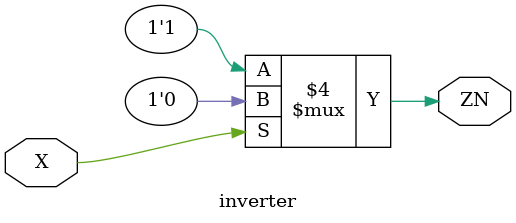
<source format=v>



`timescale 1ns / 100ps


module inverter(X, ZN) ;

   input  X  ;
   output ZN ;

   wire X  ;
   reg  ZN ;      // NOTE how the output is now defined as a VARIABLE



   // behavioural description using a PROCEDURAL BLOCK

   always @(X)
   begin
      if( X == 0 )     // all statements within this PROCEDURAL BLOCK are executed SEQUENTIALLY as in traditional software languages
         ZN = 1 ;      // WHENEWVER a signal specified in the SENSITIVITY LIST changes  
      else
         ZN = 0 ;
   end


endmodule


</source>
